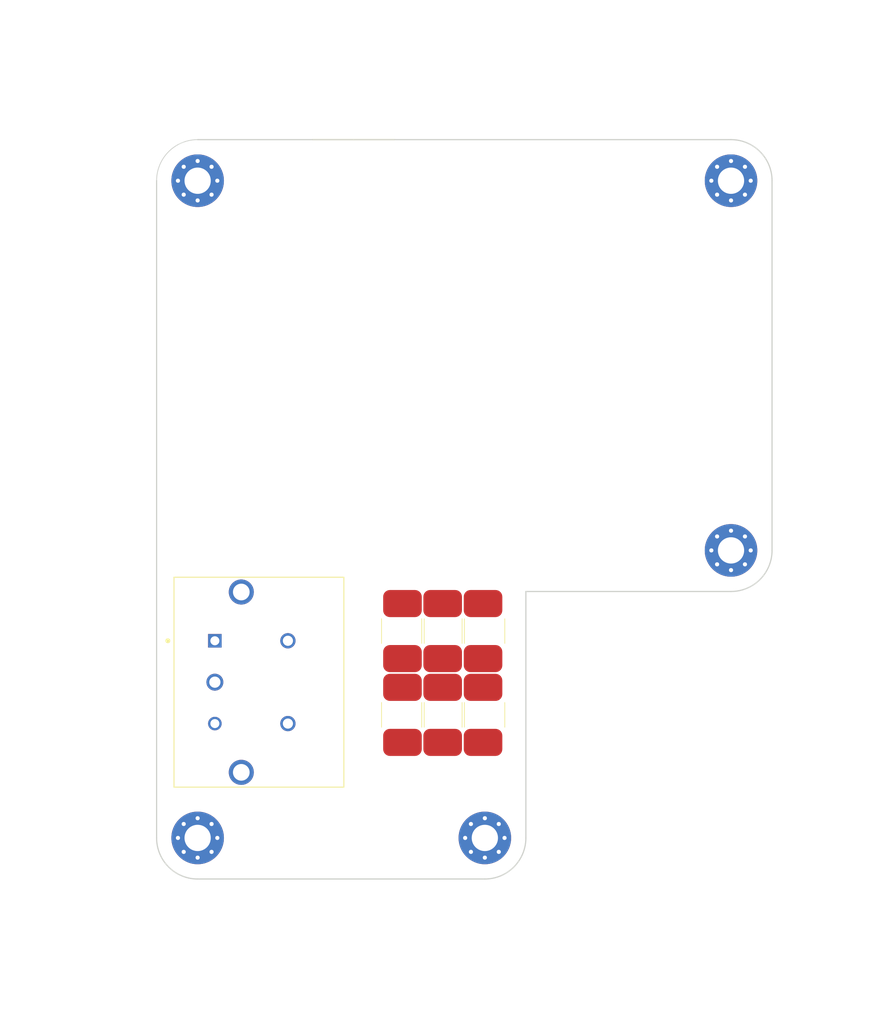
<source format=kicad_pcb>
(kicad_pcb (version 20221018) (generator pcbnew)
  (layers (0 "F.Cu" signal) (1 "In1.Cu" power) (2 "In2.Cu" power) (31 "B.Cu" signal) (34 "B.Paste" user) (35 "F.Paste" user) (36 "B.SilkS" user "B.Silkscreen") (37 "F.SilkS" user "F.Silkscreen") (38 "B.Mask" user) (39 "F.Mask" user) (44 "Edge.Cuts" user))
  (net 0 "")
  (footprint "SMD Resistors:2817 Package" (layer "F.Cu") (at 150.31 113.12 90)
    (fp_text reference "R9" hide)
    (fp_text value "3k")
    (fp_line (start -3.2 0.3) (end -0.2 0.3) (stroke (width 0.1)) (layer "F.SilkS"))
    (fp_line (start -0.2 -4.9) (end -3.2 -4.9) (stroke (width 0.1)) (layer "F.SilkS"))
    (pad "1" smd roundrect (at -5.05 -2.35 270) (size 3.3 4.7) (layers "F.Cu" "F.Paste" "F.Mask"))
    (pad "2" smd roundrect (at 1.65 -2.35 270) (size 3.3 4.7) (layers "F.Cu" "F.Paste" "F.Mask"))
  )
  (footprint "SMD Resistors:2817 Package" (layer "F.Cu") (at 155.21 123.32 90)
    (fp_text reference "R12" hide)
    (fp_text value "3k")
    (fp_line (start -3.2 0.3) (end -0.2 0.3) (stroke (width 0.1)) (layer "F.SilkS"))
    (fp_line (start -0.2 -4.9) (end -3.2 -4.9) (stroke (width 0.1)) (layer "F.SilkS"))
    (pad "1" smd roundrect (at -5.05 -2.35 270) (size 3.3 4.7) (layers "F.Cu" "F.Paste" "F.Mask"))
    (pad "2" smd roundrect (at 1.65 -2.35 270) (size 3.3 4.7) (layers "F.Cu" "F.Paste" "F.Mask"))
  )
  (footprint "SMD Resistors:2817 Package" (layer "F.Cu") (at 160.13 123.32 90)
    (fp_text reference "R18" hide)
    (fp_text value "3k")
    (fp_line (start -3.2 0.3) (end -0.2 0.3) (stroke (width 0.1)) (layer "F.SilkS"))
    (fp_line (start -0.2 -4.9) (end -3.2 -4.9) (stroke (width 0.1)) (layer "F.SilkS"))
    (pad "1" smd roundrect (at -5.05 -2.35 270) (size 3.3 4.7) (layers "F.Cu" "F.Paste" "F.Mask"))
    (pad "2" smd roundrect (at 1.65 -2.35 270) (size 3.3 4.7) (layers "F.Cu" "F.Paste" "F.Mask"))
  )
  (footprint "MountingHole:MountingHole_3.2mm_M3_Pad_Via" (layer "F.Cu") (at 123 60)
    (fp_text reference "H2" hide)
    (fp_text value "M3")
    (pad "1" thru_hole circle (at -2.4 0) (size 0.8 0.8) (drill 0.5) (layers "*.Cu" "*.Mask"))
    (pad "1" thru_hole circle (at -1.697056 -1.697056) (size 0.8 0.8) (drill 0.5) (layers "*.Cu" "*.Mask"))
    (pad "1" thru_hole circle (at -1.697056 1.697056) (size 0.8 0.8) (drill 0.5) (layers "*.Cu" "*.Mask"))
    (pad "1" thru_hole circle (at 0 -2.4) (size 0.8 0.8) (drill 0.5) (layers "*.Cu" "*.Mask"))
    (pad "1" thru_hole circle (at 0 0) (size 6.4 6.4) (drill 3.2) (layers "*.Cu" "*.Mask"))
    (pad "1" thru_hole circle (at 0 2.4) (size 0.8 0.8) (drill 0.5) (layers "*.Cu" "*.Mask"))
    (pad "1" thru_hole circle (at 1.697056 -1.697056) (size 0.8 0.8) (drill 0.5) (layers "*.Cu" "*.Mask"))
    (pad "1" thru_hole circle (at 1.697056 1.697056) (size 0.8 0.8) (drill 0.5) (layers "*.Cu" "*.Mask"))
    (pad "1" thru_hole circle (at 2.4 0) (size 0.8 0.8) (drill 0.5) (layers "*.Cu" "*.Mask"))
  )
  (footprint "SMD Resistors:2817 Package" (layer "F.Cu") (at 150.31 123.32 90)
    (fp_text reference "R10" hide)
    (fp_text value "3k")
    (fp_line (start -3.2 0.3) (end -0.2 0.3) (stroke (width 0.1)) (layer "F.SilkS"))
    (fp_line (start -0.2 -4.9) (end -3.2 -4.9) (stroke (width 0.1)) (layer "F.SilkS"))
    (pad "1" smd roundrect (at -5.05 -2.35 270) (size 3.3 4.7) (layers "F.Cu" "F.Paste" "F.Mask"))
    (pad "2" smd roundrect (at 1.65 -2.35 270) (size 3.3 4.7) (layers "F.Cu" "F.Paste" "F.Mask"))
  )
  (footprint "Relays:Precharge Relay" (layer "F.Cu") (at 130.47 121.04 -90)
    (fp_text reference "K1" hide)
    (fp_text value "2-1904058-5")
    (fp_line (start -12.775 -10.35) (end 12.775 -10.35) (stroke (width 0.127)) (layer "F.SilkS"))
    (fp_line (start -12.775 10.35) (end -12.775 -10.35) (stroke (width 0.127)) (layer "F.SilkS"))
    (fp_line (start 12.775 -10.35) (end 12.775 10.35) (stroke (width 0.127)) (layer "F.SilkS"))
    (fp_line (start 12.775 10.35) (end -12.775 10.35) (stroke (width 0.127)) (layer "F.SilkS"))
    (fp_circle (center -5.04 11.1) (end -4.89 11.1) (stroke (width 0.3)) (fill none) (layer "F.SilkS"))
    (pad "1" thru_hole rect (at -5.04 5.37 270) (size 1.65 1.65) (drill 1.1) (layers "*.Cu" "*.Mask"))
    (pad "2" thru_hole circle (at 5.04 5.37 270) (size 1.65 1.65) (drill 1.1) (layers "*.Cu" "*.Mask"))
    (pad "4" thru_hole circle (at 0 5.37 270) (size 2.06 2.06) (drill 1.37) (layers "*.Cu" "*.Mask"))
    (pad "5" thru_hole circle (at -5.04 -3.53 270) (size 1.86 1.86) (drill 1.24) (layers "*.Cu" "*.Mask"))
    (pad "7" thru_hole circle (at 5.04 -3.53 270) (size 1.86 1.86) (drill 1.24) (layers "*.Cu" "*.Mask"))
    (pad "8A" thru_hole circle (at 10.975 2.15 270) (size 3.05 3.05) (drill 2.03) (layers "*.Cu" "*.Mask"))
    (pad "8B" thru_hole circle (at -10.975 2.15 270) (size 3.05 3.05) (drill 2.03) (layers "*.Cu" "*.Mask"))
  )
  (footprint "MountingHole:MountingHole_3.2mm_M3_Pad_Via" (layer "F.Cu") (at 158 140)
    (fp_text reference "H1" hide)
    (fp_text value "M3")
    (pad "1" thru_hole circle (at -2.4 0) (size 0.8 0.8) (drill 0.5) (layers "*.Cu" "*.Mask"))
    (pad "1" thru_hole circle (at -1.697056 -1.697056) (size 0.8 0.8) (drill 0.5) (layers "*.Cu" "*.Mask"))
    (pad "1" thru_hole circle (at -1.697056 1.697056) (size 0.8 0.8) (drill 0.5) (layers "*.Cu" "*.Mask"))
    (pad "1" thru_hole circle (at 0 -2.4) (size 0.8 0.8) (drill 0.5) (layers "*.Cu" "*.Mask"))
    (pad "1" thru_hole circle (at 0 0) (size 6.4 6.4) (drill 3.2) (layers "*.Cu" "*.Mask"))
    (pad "1" thru_hole circle (at 0 2.4) (size 0.8 0.8) (drill 0.5) (layers "*.Cu" "*.Mask"))
    (pad "1" thru_hole circle (at 1.697056 -1.697056) (size 0.8 0.8) (drill 0.5) (layers "*.Cu" "*.Mask"))
    (pad "1" thru_hole circle (at 1.697056 1.697056) (size 0.8 0.8) (drill 0.5) (layers "*.Cu" "*.Mask"))
    (pad "1" thru_hole circle (at 2.4 0) (size 0.8 0.8) (drill 0.5) (layers "*.Cu" "*.Mask"))
  )
  (footprint "MountingHole:MountingHole_3.2mm_M3_Pad_Via" (layer "F.Cu") (at 123 140)
    (fp_text reference "H3" hide)
    (fp_text value "M3")
    (pad "1" thru_hole circle (at -2.4 0) (size 0.8 0.8) (drill 0.5) (layers "*.Cu" "*.Mask"))
    (pad "1" thru_hole circle (at -1.697056 -1.697056) (size 0.8 0.8) (drill 0.5) (layers "*.Cu" "*.Mask"))
    (pad "1" thru_hole circle (at -1.697056 1.697056) (size 0.8 0.8) (drill 0.5) (layers "*.Cu" "*.Mask"))
    (pad "1" thru_hole circle (at 0 -2.4) (size 0.8 0.8) (drill 0.5) (layers "*.Cu" "*.Mask"))
    (pad "1" thru_hole circle (at 0 0) (size 6.4 6.4) (drill 3.2) (layers "*.Cu" "*.Mask"))
    (pad "1" thru_hole circle (at 0 2.4) (size 0.8 0.8) (drill 0.5) (layers "*.Cu" "*.Mask"))
    (pad "1" thru_hole circle (at 1.697056 -1.697056) (size 0.8 0.8) (drill 0.5) (layers "*.Cu" "*.Mask"))
    (pad "1" thru_hole circle (at 1.697056 1.697056) (size 0.8 0.8) (drill 0.5) (layers "*.Cu" "*.Mask"))
    (pad "1" thru_hole circle (at 2.4 0) (size 0.8 0.8) (drill 0.5) (layers "*.Cu" "*.Mask"))
  )
  (footprint "SMD Resistors:2817 Package" (layer "F.Cu") (at 160.13 113.12 90)
    (fp_text reference "R22" hide)
    (fp_text value "3k")
    (fp_line (start -3.2 0.3) (end -0.2 0.3) (stroke (width 0.1)) (layer "F.SilkS"))
    (fp_line (start -0.2 -4.9) (end -3.2 -4.9) (stroke (width 0.1)) (layer "F.SilkS"))
    (pad "1" smd roundrect (at -5.05 -2.35 270) (size 3.3 4.7) (layers "F.Cu" "F.Paste" "F.Mask"))
    (pad "2" smd roundrect (at 1.65 -2.35 270) (size 3.3 4.7) (layers "F.Cu" "F.Paste" "F.Mask"))
  )
  (footprint "MountingHole:MountingHole_3.2mm_M3_Pad_Via" (layer "F.Cu") (at 188 60)
    (fp_text reference "H4" hide)
    (fp_text value "M3")
    (pad "1" thru_hole circle (at -2.4 0) (size 0.8 0.8) (drill 0.5) (layers "*.Cu" "*.Mask"))
    (pad "1" thru_hole circle (at -1.697056 -1.697056) (size 0.8 0.8) (drill 0.5) (layers "*.Cu" "*.Mask"))
    (pad "1" thru_hole circle (at -1.697056 1.697056) (size 0.8 0.8) (drill 0.5) (layers "*.Cu" "*.Mask"))
    (pad "1" thru_hole circle (at 0 -2.4) (size 0.8 0.8) (drill 0.5) (layers "*.Cu" "*.Mask"))
    (pad "1" thru_hole circle (at 0 0) (size 6.4 6.4) (drill 3.2) (layers "*.Cu" "*.Mask"))
    (pad "1" thru_hole circle (at 0 2.4) (size 0.8 0.8) (drill 0.5) (layers "*.Cu" "*.Mask"))
    (pad "1" thru_hole circle (at 1.697056 -1.697056) (size 0.8 0.8) (drill 0.5) (layers "*.Cu" "*.Mask"))
    (pad "1" thru_hole circle (at 1.697056 1.697056) (size 0.8 0.8) (drill 0.5) (layers "*.Cu" "*.Mask"))
    (pad "1" thru_hole circle (at 2.4 0) (size 0.8 0.8) (drill 0.5) (layers "*.Cu" "*.Mask"))
  )
  (footprint "MountingHole:MountingHole_3.2mm_M3_Pad_Via" (layer "F.Cu") (at 188 105)
    (fp_text reference "H2" hide)
    (fp_text value "M3")
    (pad "1" thru_hole circle (at -2.4 0) (size 0.8 0.8) (drill 0.5) (layers "*.Cu" "*.Mask"))
    (pad "1" thru_hole circle (at -1.697056 -1.697056) (size 0.8 0.8) (drill 0.5) (layers "*.Cu" "*.Mask"))
    (pad "1" thru_hole circle (at -1.697056 1.697056) (size 0.8 0.8) (drill 0.5) (layers "*.Cu" "*.Mask"))
    (pad "1" thru_hole circle (at 0 -2.4) (size 0.8 0.8) (drill 0.5) (layers "*.Cu" "*.Mask"))
    (pad "1" thru_hole circle (at 0 0) (size 6.4 6.4) (drill 3.2) (layers "*.Cu" "*.Mask"))
    (pad "1" thru_hole circle (at 0 2.4) (size 0.8 0.8) (drill 0.5) (layers "*.Cu" "*.Mask"))
    (pad "1" thru_hole circle (at 1.697056 -1.697056) (size 0.8 0.8) (drill 0.5) (layers "*.Cu" "*.Mask"))
    (pad "1" thru_hole circle (at 1.697056 1.697056) (size 0.8 0.8) (drill 0.5) (layers "*.Cu" "*.Mask"))
    (pad "1" thru_hole circle (at 2.4 0) (size 0.8 0.8) (drill 0.5) (layers "*.Cu" "*.Mask"))
  )
  (footprint "SMD Resistors:2817 Package" (layer "F.Cu") (at 155.21 113.12 90)
    (fp_text reference "R17" hide)
    (fp_text value "3k")
    (fp_line (start -3.2 0.3) (end -0.2 0.3) (stroke (width 0.1)) (layer "F.SilkS"))
    (fp_line (start -0.2 -4.9) (end -3.2 -4.9) (stroke (width 0.1)) (layer "F.SilkS"))
    (pad "1" smd roundrect (at -5.05 -2.35 270) (size 3.3 4.7) (layers "F.Cu" "F.Paste" "F.Mask"))
    (pad "2" smd roundrect (at 1.65 -2.35 270) (size 3.3 4.7) (layers "F.Cu" "F.Paste" "F.Mask"))
  )
  (gr_line (start 137 55) (end 142 55) (stroke (width 0.15)) (layer "F.SilkS"))
  (gr_line (start 142 55) (end 147 55) (stroke (width 0.15)) (layer "F.SilkS"))
  (gr_arc (start 163 140) (mid 161.535534 143.535533) (end 158 145) (stroke (width 0.15)) (layer "Edge.Cuts"))
  (gr_line (start 163 110) (end 163 140) (stroke (width 0.15)) (layer "Edge.Cuts"))
  (gr_line (start 188 110) (end 163 110) (stroke (width 0.15)) (layer "Edge.Cuts"))
  (gr_line (start 158 145) (end 123 145) (stroke (width 0.15)) (layer "Edge.Cuts"))
  (gr_arc (start 188 55) (mid 191.535533 56.464466) (end 193 60) (stroke (width 0.15)) (layer "Edge.Cuts"))
  (gr_arc (start 123 145) (mid 119.464467 143.535534) (end 118 140) (stroke (width 0.15)) (layer "Edge.Cuts"))
  (gr_arc (start 118 60) (mid 119.464466 56.464466) (end 123 55) (stroke (width 0.1)) (layer "Edge.Cuts"))
  (gr_line (start 123 55) (end 188 55) (stroke (width 0.15)) (layer "Edge.Cuts"))
  (gr_line (start 193 60) (end 193 105) (stroke (width 0.15)) (layer "Edge.Cuts"))
  (gr_line (start 118 140) (end 118 60) (stroke (width 0.15)) (layer "Edge.Cuts"))
  (gr_arc (start 193 105) (mid 191.535534 108.535533) (end 188 110) (stroke (width 0.15)) (layer "Edge.Cuts"))
  (segment (start 156.768 141.368) (end 155.768 140.368) (width 0.25) (layer "F.Cu") (net 0))
)
</source>
